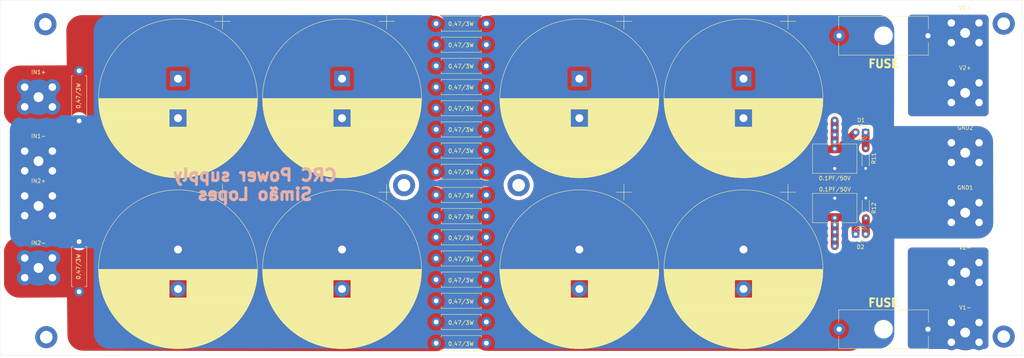
<source format=kicad_pcb>
(kicad_pcb (version 20211014) (generator pcbnew)
  (layers (0 "F.Cu" signal) (31 "B.Cu" signal) (34 "B.Paste" user) (35 "F.Paste" user) (36 "B.SilkS" user "B.Silkscreen") (37 "F.SilkS" user "F.Silkscreen") (38 "B.Mask" user) (39 "F.Mask" user) (44 "Edge.Cuts" user))
  (net 0 "")
  (net 1 "Net-(C1-Pad2)")
  (net 2 "Net-(C1-Pad1)")
  (net 3 "Net-(C10-Pad2)")
  (net 4 "Net-(D2-Pad2)")
  (net 5 "Net-(F1-Pad1)")
  (net 6 "Net-(F2-Pad1)")
  (net 7 "Net-(D1-Pad1)")
  (footprint "MountingHole:MountingHole_3.2mm_M3_DIN965_Pad" (layer "F.Cu") (at 273.59864 134.7978)
    (fp_text reference "H3" hide)
    (fp_text value "MountingHole")
    (pad "1" thru_hole circle locked (at 0 0) (size 5.6 5.6) (drill 3.2) (layers *.Cu *.Mask))
  )
  (footprint "Resistor_THT:R_Axial_DIN0411_L9.9mm_D3.6mm_P12.70mm_Horizontal" (layer "F.Cu") (at 129.92608 93.00972)
    (fp_text reference "0,47/3W" (at 6.30428 0.08736) (layer "F.SilkS"))
    (fp_text value "R")
    (pad "1" thru_hole circle locked (at 0 0) (size 2.4 2.4) (drill 1.2) (layers *.Cu *.Mask) (net 2 "Net-(C1-Pad1)"))
    (pad "2" thru_hole oval locked (at 12.7 0) (size 2.4 2.4) (drill 1.2) (layers *.Cu *.Mask) (net 2 "Net-(C1-Pad1)"))
  )
  (footprint "Resistor_THT:R_Axial_DIN0411_L9.9mm_D3.6mm_P12.70mm_Horizontal" (layer "F.Cu") (at 129.92608 87.642332)
    (fp_text reference "0,47/3W" (at 6.30428 0.08736) (layer "F.SilkS"))
    (fp_text value "R")
    (pad "1" thru_hole circle locked (at 0 0) (size 2.4 2.4) (drill 1.2) (layers *.Cu *.Mask) (net 2 "Net-(C1-Pad1)"))
    (pad "2" thru_hole oval locked (at 12.7 0) (size 2.4 2.4) (drill 1.2) (layers *.Cu *.Mask) (net 2 "Net-(C1-Pad1)"))
  )
  (footprint "Resistor_THT:R_Axial_DIN0411_L9.9mm_D3.6mm_P12.70mm_Horizontal" (layer "F.Cu") (at 129.92608 82.27495)
    (fp_text reference "0,47/3W" (at 6.30428 0.08736) (layer "F.SilkS"))
    (fp_text value "R")
    (pad "1" thru_hole circle locked (at 0 0) (size 2.4 2.4) (drill 1.2) (layers *.Cu *.Mask) (net 2 "Net-(C1-Pad1)"))
    (pad "2" thru_hole oval locked (at 12.7 0) (size 2.4 2.4) (drill 1.2) (layers *.Cu *.Mask) (net 2 "Net-(C1-Pad1)"))
  )
  (footprint "Resistor_THT:R_Axial_DIN0411_L9.9mm_D3.6mm_P12.70mm_Horizontal" (layer "F.Cu") (at 129.92608 76.907568)
    (fp_text reference "0,47/3W" (at 6.30428 0.08736) (layer "F.SilkS"))
    (fp_text value "R")
    (pad "1" thru_hole circle locked (at 0 0) (size 2.4 2.4) (drill 1.2) (layers *.Cu *.Mask) (net 2 "Net-(C1-Pad1)"))
    (pad "2" thru_hole oval locked (at 12.7 0) (size 2.4 2.4) (drill 1.2) (layers *.Cu *.Mask) (net 2 "Net-(C1-Pad1)"))
  )
  (footprint "Resistor_THT:R_Axial_DIN0411_L9.9mm_D3.6mm_P12.70mm_Horizontal" (layer "F.Cu") (at 129.92608 136.45388)
    (fp_text reference "0,47/3W" (at 6.30428 0.1788) (layer "F.SilkS"))
    (fp_text value "R")
    (pad "1" thru_hole circle locked (at 0 0) (size 2.4 2.4) (drill 1.2) (layers *.Cu *.Mask) (net 3 "Net-(C10-Pad2)"))
    (pad "2" thru_hole oval locked (at 12.7 0) (size 2.4 2.4) (drill 1.2) (layers *.Cu *.Mask) (net 3 "Net-(C10-Pad2)"))
  )
  (footprint "Resistor_THT:R_Axial_DIN0411_L9.9mm_D3.6mm_P12.70mm_Horizontal" (layer "F.Cu") (at 129.92608 131.086492)
    (fp_text reference "0,47/3W" (at 6.30428 0.1788) (layer "F.SilkS"))
    (fp_text value "R")
    (pad "1" thru_hole circle locked (at 0 0) (size 2.4 2.4) (drill 1.2) (layers *.Cu *.Mask) (net 3 "Net-(C10-Pad2)"))
    (pad "2" thru_hole oval locked (at 12.7 0) (size 2.4 2.4) (drill 1.2) (layers *.Cu *.Mask) (net 3 "Net-(C10-Pad2)"))
  )
  (footprint "Resistor_THT:R_Axial_DIN0411_L9.9mm_D3.6mm_P12.70mm_Horizontal" (layer "F.Cu") (at 129.92608 125.71911)
    (fp_text reference "0,47/3W" (at 6.30428 0.1788) (layer "F.SilkS"))
    (fp_text value "R")
    (pad "1" thru_hole circle locked (at 0 0) (size 2.4 2.4) (drill 1.2) (layers *.Cu *.Mask) (net 3 "Net-(C10-Pad2)"))
    (pad "2" thru_hole oval locked (at 12.7 0) (size 2.4 2.4) (drill 1.2) (layers *.Cu *.Mask) (net 3 "Net-(C10-Pad2)"))
  )
  (footprint "Resistor_THT:R_Axial_DIN0411_L9.9mm_D3.6mm_P12.70mm_Horizontal" (layer "F.Cu") (at 129.92608 120.351728)
    (fp_text reference "0,47/3W" (at 6.30428 0.1788) (layer "F.SilkS"))
    (fp_text value "R")
    (pad "1" thru_hole circle locked (at 0 0) (size 2.4 2.4) (drill 1.2) (layers *.Cu *.Mask) (net 3 "Net-(C10-Pad2)"))
    (pad "2" thru_hole oval locked (at 12.7 0) (size 2.4 2.4) (drill 1.2) (layers *.Cu *.Mask) (net 3 "Net-(C10-Pad2)"))
  )
  (footprint "MountingHole:MountingHole_3.2mm_M3_DIN965_Pad" (layer "F.Cu") (at 121.80316 96.40824)
    (fp_text reference "H3" hide)
    (fp_text value "MountingHole")
    (pad "1" thru_hole circle locked (at 0 0) (size 5.6 5.6) (drill 3.2) (layers *.Cu *.Mask))
  )
  (footprint "Resistor_THT:R_Axial_DIN0204_L3.6mm_D1.6mm_P5.08mm_Horizontal" (layer "F.Cu") (at 238.64824 92.15628 90)
    (fp_text reference "R11" (at 2.54 2.05764 90) (layer "F.SilkS"))
    (fp_text value "R")
    (pad "1" thru_hole circle locked (at 0 0 90) (size 1.4 1.4) (drill 0.7) (layers *.Cu *.Mask) (net 1 "Net-(C1-Pad2)"))
    (pad "2" thru_hole oval locked (at 5.08 0 90) (size 1.4 1.4) (drill 0.7) (layers *.Cu *.Mask) (net 7 "Net-(D1-Pad1)"))
  )
  (footprint "Capacitor_THT:CP_Radial_D40.0mm_P10.00mm_SnapIn" (layer "F.Cu") (at 64.58204 69.4182 -90)
    (fp_text reference "C1" hide)
    (fp_text value "CP")
    (pad "1" thru_hole rect locked (at 0 0 270) (size 4 4) (drill 2) (layers *.Cu *.Mask) (net 2 "Net-(C1-Pad1)"))
    (pad "2" thru_hole circle locked (at 10 0 270) (size 4 4) (drill 2) (layers *.Cu *.Mask) (net 1 "Net-(C1-Pad2)"))
  )
  (footprint "Capacitor_THT:CP_Radial_D40.0mm_P10.00mm_SnapIn" (layer "F.Cu") (at 106.10596 69.4182 -90)
    (fp_text reference "C2" hide)
    (fp_text value "CP")
    (pad "1" thru_hole rect locked (at 0 0 270) (size 4 4) (drill 2) (layers *.Cu *.Mask) (net 2 "Net-(C1-Pad1)"))
    (pad "2" thru_hole circle locked (at 10 0 270) (size 4 4) (drill 2) (layers *.Cu *.Mask) (net 1 "Net-(C1-Pad2)"))
  )
  (footprint "Capacitor_THT:CP_Radial_D40.0mm_P10.00mm_SnapIn" (layer "F.Cu") (at 166.17188 69.4182 -90)
    (fp_text reference "C3" hide)
    (fp_text value "CP")
    (pad "1" thru_hole rect locked (at 0 0 270) (size 4 4) (drill 2) (layers *.Cu *.Mask) (net 2 "Net-(C1-Pad1)"))
    (pad "2" thru_hole circle locked (at 10 0 270) (size 4 4) (drill 2) (layers *.Cu *.Mask) (net 1 "Net-(C1-Pad2)"))
  )
  (footprint "Capacitor_THT:CP_Radial_D40.0mm_P10.00mm_SnapIn" (layer "F.Cu") (at 207.72188 69.4182 -90)
    (fp_text reference "C4" hide)
    (fp_text value "CP")
    (pad "1" thru_hole rect locked (at 0 0 270) (size 4 4) (drill 2) (layers *.Cu *.Mask) (net 2 "Net-(C1-Pad1)"))
    (pad "2" thru_hole circle locked (at 10 0 270) (size 4 4) (drill 2) (layers *.Cu *.Mask) (net 1 "Net-(C1-Pad2)"))
  )
  (footprint "Capacitor_THT:CP_Radial_D40.0mm_P10.00mm_SnapIn" (layer "F.Cu") (at 64.58204 112.72012 -90)
    (fp_text reference "C6" hide)
    (fp_text value "CP")
    (pad "1" thru_hole rect locked (at 0 0 270) (size 4 4) (drill 2) (layers *.Cu *.Mask) (net 1 "Net-(C1-Pad2)"))
    (pad "2" thru_hole circle locked (at 10 0 270) (size 4 4) (drill 2) (layers *.Cu *.Mask) (net 3 "Net-(C10-Pad2)"))
  )
  (footprint "Capacitor_THT:CP_Radial_D40.0mm_P10.00mm_SnapIn" (layer "F.Cu") (at 106.10596 112.72012 -90)
    (fp_text reference "C7" hide)
    (fp_text value "CP")
    (pad "1" thru_hole rect locked (at 0 0 270) (size 4 4) (drill 2) (layers *.Cu *.Mask) (net 1 "Net-(C1-Pad2)"))
    (pad "2" thru_hole circle locked (at 10 0 270) (size 4 4) (drill 2) (layers *.Cu *.Mask) (net 3 "Net-(C10-Pad2)"))
  )
  (footprint "Capacitor_THT:CP_Radial_D40.0mm_P10.00mm_SnapIn" (layer "F.Cu") (at 207.72188 112.72012 -90)
    (fp_text reference "C8" hide)
    (fp_text value "CP")
    (pad "1" thru_hole rect locked (at 0 0 270) (size 4 4) (drill 2) (layers *.Cu *.Mask) (net 1 "Net-(C1-Pad2)"))
    (pad "2" thru_hole circle locked (at 10 0 270) (size 4 4) (drill 2) (layers *.Cu *.Mask) (net 3 "Net-(C10-Pad2)"))
  )
  (footprint "Capacitor_THT:CP_Radial_D40.0mm_P10.00mm_SnapIn" (layer "F.Cu") (at 166.17188 112.72012 -90)
    (fp_text reference "C9" hide)
    (fp_text value "CP")
    (pad "1" thru_hole rect locked (at 0 0 270) (size 4 4) (drill 2) (layers *.Cu *.Mask) (net 1 "Net-(C1-Pad2)"))
    (pad "2" thru_hole circle locked (at 10 0 270) (size 4 4) (drill 2) (layers *.Cu *.Mask) (net 3 "Net-(C10-Pad2)"))
  )
  (footprint "LED_THT:LED_D3.0mm" (layer "F.Cu") (at 238.64824 83.02244 180)
    (fp_text reference "D1" (at 1.16332 3.08864) (layer "F.SilkS"))
    (fp_text value "LED")
    (pad "1" thru_hole rect locked (at 0 0 180) (size 1.8 1.8) (drill 0.9) (layers *.Cu *.Mask) (net 7 "Net-(D1-Pad1)"))
    (pad "2" thru_hole circle locked (at 2.54 0 180) (size 1.8 1.8) (drill 0.9) (layers *.Cu *.Mask) (net 2 "Net-(C1-Pad1)"))
  )
  (footprint "LED_THT:LED_D3.0mm" (layer "F.Cu") (at 236.10316 108.82376)
    (fp_text reference "D2" (at 1.23952 3.24612) (layer "F.SilkS"))
    (fp_text value "LED")
    (pad "1" thru_hole rect locked (at 0 0) (size 1.8 1.8) (drill 0.9) (layers *.Cu *.Mask) (net 3 "Net-(C10-Pad2)"))
    (pad "2" thru_hole circle locked (at 2.54 0) (size 1.8 1.8) (drill 0.9) (layers *.Cu *.Mask) (net 4 "Net-(D2-Pad2)"))
  )
  (footprint "Fuse:Fuseholder_Cylinder-5x20mm_Schurter_0031_8201_Horizontal_Open" (layer "F.Cu") (at 254.42672 132.92012 180)
    (fp_text reference "FUSE" (at 11.29792 6.70752) (layer "F.SilkS") (effects (font (size 2 2) (thickness 0.5))))
    (fp_text value "Fuse")
    (pad "" np_thru_hole circle locked (at 11.25 0 180) (size 2.7 2.7) (drill 2.7) (layers *.Cu *.Mask))
    (pad "1" thru_hole circle locked (at 0 0 180) (size 3 3) (drill 1.3) (layers *.Cu *.Mask) (net 6 "Net-(F2-Pad1)"))
    (pad "2" thru_hole circle locked (at 22.5 0 180) (size 3 3) (drill 1.3) (layers *.Cu *.Mask) (net 3 "Net-(C10-Pad2)"))
  )
  (footprint "Custom Library:M4_Screw_Terminal" (layer "F.Cu") (at 260.34446 100.847836)
    (fp_text reference "GND1" (at 3.5052 -3.81) (layer "F.SilkS"))
    (fp_text value " " hide)
    (pad "1" thru_hole circle (at 0 0) (size 4 4) (drill 1.905) (layers *.Cu *.Mask) (net 1 "Net-(C1-Pad2)"))
    (pad "1" thru_hole circle (at 3.5 2.54) (size 9 9) (drill 2.5) (layers *.Cu *.Mask) (net 1 "Net-(C1-Pad2)"))
    (pad "1" thru_hole circle (at 7.0104 0) (size 4 4) (drill 1.905) (layers *.Cu *.Mask) (net 1 "Net-(C1-Pad2)"))
    (pad "1" thru_hole circle (at 7.0104 5.0038) (size 4 4) (drill 1.905) (layers *.Cu *.Mask) (net 1 "Net-(C1-Pad2)"))
    (pad "1" thru_hole circle (at 0 5.0038) (size 4 4) (drill 1.905) (layers *.Cu *.Mask) (net 1 "Net-(C1-Pad2)"))
  )
  (footprint "Custom Library:M4_Screw_Terminal" (layer "F.Cu") (at 260.34446 85.658744)
    (fp_text reference "GND2" (at 3.5052 -3.81) (layer "F.SilkS"))
    (fp_text value " " hide)
    (pad "1" thru_hole circle (at 7.0104 5.0038) (size 4 4) (drill 1.905) (layers *.Cu *.Mask) (net 1 "Net-(C1-Pad2)"))
    (pad "1" thru_hole circle (at 0 0) (size 4 4) (drill 1.905) (layers *.Cu *.Mask) (net 1 "Net-(C1-Pad2)"))
    (pad "1" thru_hole circle (at 0 5.0038) (size 4 4) (drill 1.905) (layers *.Cu *.Mask) (net 1 "Net-(C1-Pad2)"))
    (pad "1" thru_hole circle (at 7.0104 0) (size 4 4) (drill 1.905) (layers *.Cu *.Mask) (net 1 "Net-(C1-Pad2)"))
    (pad "1" thru_hole circle (at 3.5 2.54) (size 9 9) (drill 2.5) (layers *.Cu *.Mask) (net 1 "Net-(C1-Pad2)"))
  )
  (footprint "MountingHole:MountingHole_3.2mm_M3_DIN965_Pad" (layer "F.Cu") (at 31.0134 55.59552)
    (fp_text reference "H1" hide)
    (fp_text value "MountingHole")
    (pad "1" thru_hole circle locked (at 0 0) (size 5.6 5.6) (drill 3.2) (layers *.Cu *.Mask))
  )
  (footprint "MountingHole:MountingHole_3.2mm_M3_DIN965_Pad" (layer "F.Cu") (at 31.242 134.92988)
    (fp_text reference "H2" hide)
    (fp_text value "MountingHole")
    (pad "1" thru_hole circle locked (at 0 0) (size 5.6 5.6) (drill 3.2) (layers *.Cu *.Mask))
  )
  (footprint "Resistor_THT:R_Axial_DIN0411_L9.9mm_D3.6mm_P12.70mm_Horizontal" (layer "F.Cu") (at 39.55288 123.413183 90)
    (fp_text reference "0,47/3W" (at 6.35 -0.18696 90) (layer "F.SilkS"))
    (fp_text value "R")
    (pad "1" thru_hole circle locked (at 0 0 90) (size 2.4 2.4) (drill 1.2) (layers *.Cu *.Mask) (net 3 "Net-(C10-Pad2)"))
    (pad "2" thru_hole oval locked (at 12.7 0 90) (size 2.4 2.4) (drill 1.2) (layers *.Cu *.Mask) (net 1 "Net-(C1-Pad2)"))
  )
  (footprint "Resistor_THT:R_Axial_DIN0411_L9.9mm_D3.6mm_P12.70mm_Horizontal" (layer "F.Cu") (at 39.55288 80.111263 90)
    (fp_text reference "0,47/3W" (at 6.35 -0.18696 90) (layer "F.SilkS"))
    (fp_text value "R")
    (pad "1" thru_hole circle locked (at 0 0 90) (size 2.4 2.4) (drill 1.2) (layers *.Cu *.Mask) (net 1 "Net-(C1-Pad2)"))
    (pad "2" thru_hole oval locked (at 12.7 0 90) (size 2.4 2.4) (drill 1.2) (layers *.Cu *.Mask) (net 2 "Net-(C1-Pad1)"))
  )
  (footprint "Resistor_THT:R_Axial_DIN0411_L9.9mm_D3.6mm_P12.70mm_Horizontal" (layer "F.Cu") (at 129.92608 55.43804)
    (fp_text reference "0,47/3W" (at 6.30428 0.08736) (layer "F.SilkS"))
    (fp_text value "R")
    (pad "1" thru_hole circle locked (at 0 0) (size 2.4 2.4) (drill 1.2) (layers *.Cu *.Mask) (net 2 "Net-(C1-Pad1)"))
    (pad "2" thru_hole oval locked (at 12.7 0) (size 2.4 2.4) (drill 1.2) (layers *.Cu *.Mask) (net 2 "Net-(C1-Pad1)"))
  )
  (footprint "Resistor_THT:R_Axial_DIN0411_L9.9mm_D3.6mm_P12.70mm_Horizontal" (layer "F.Cu") (at 129.92608 60.805422)
    (fp_text reference "0,47/3W" (at 6.30428 0.08736) (layer "F.SilkS"))
    (fp_text value "R")
    (pad "1" thru_hole circle locked (at 0 0) (size 2.4 2.4) (drill 1.2) (layers *.Cu *.Mask) (net 2 "Net-(C1-Pad1)"))
    (pad "2" thru_hole oval locked (at 12.7 0) (size 2.4 2.4) (drill 1.2) (layers *.Cu *.Mask) (net 2 "Net-(C1-Pad1)"))
  )
  (footprint "Resistor_THT:R_Axial_DIN0411_L9.9mm_D3.6mm_P12.70mm_Horizontal" (layer "F.Cu") (at 129.92608 66.172804)
    (fp_text reference "0,47/3W" (at 6.30428 0.08736) (layer "F.SilkS"))
    (fp_text value "R")
    (pad "1" thru_hole circle locked (at 0 0) (size 2.4 2.4) (drill 1.2) (layers *.Cu *.Mask) (net 2 "Net-(C1-Pad1)"))
    (pad "2" thru_hole oval locked (at 12.7 0) (size 2.4 2.4) (drill 1.2) (layers *.Cu *.Mask) (net 2 "Net-(C1-Pad1)"))
  )
  (footprint "Resistor_THT:R_Axial_DIN0411_L9.9mm_D3.6mm_P12.70mm_Horizontal" (layer "F.Cu") (at 129.92608 71.540186)
    (fp_text reference "0,47/3W" (at 6.30428 0.08736) (layer "F.SilkS"))
    (fp_text value "R")
    (pad "1" thru_hole circle locked (at 0 0) (size 2.4 2.4) (drill 1.2) (layers *.Cu *.Mask) (net 2 "Net-(C1-Pad1)"))
    (pad "2" thru_hole oval locked (at 12.7 0) (size 2.4 2.4) (drill 1.2) (layers *.Cu *.Mask) (net 2 "Net-(C1-Pad1)"))
  )
  (footprint "Resistor_THT:R_Axial_DIN0411_L9.9mm_D3.6mm_P12.70mm_Horizontal" (layer "F.Cu") (at 129.92608 98.8822)
    (fp_text reference "0,47/3W" (at 6.30428 0.1788) (layer "F.SilkS"))
    (fp_text value "R")
    (pad "1" thru_hole circle locked (at 0 0) (size 2.4 2.4) (drill 1.2) (layers *.Cu *.Mask) (net 3 "Net-(C10-Pad2)"))
    (pad "2" thru_hole oval locked (at 12.7 0) (size 2.4 2.4) (drill 1.2) (layers *.Cu *.Mask) (net 3 "Net-(C10-Pad2)"))
  )
  (footprint "Resistor_THT:R_Axial_DIN0411_L9.9mm_D3.6mm_P12.70mm_Horizontal" (layer "F.Cu") (at 129.92608 104.249582)
    (fp_text reference "0,47/3W" (at 6.30428 0.1788) (layer "F.SilkS"))
    (fp_text value "R")
    (pad "1" thru_hole circle locked (at 0 0) (size 2.4 2.4) (drill 1.2) (layers *.Cu *.Mask) (net 3 "Net-(C10-Pad2)"))
    (pad "2" thru_hole oval locked (at 12.7 0) (size 2.4 2.4) (drill 1.2) (layers *.Cu *.Mask) (net 3 "Net-(C10-Pad2)"))
  )
  (footprint "Resistor_THT:R_Axial_DIN0411_L9.9mm_D3.6mm_P12.70mm_Horizontal" (layer "F.Cu") (at 129.92608 109.616964)
    (fp_text reference "0,47/3W" (at 6.30428 0.1788) (layer "F.SilkS"))
    (fp_text value "R")
    (pad "1" thru_hole circle locked (at 0 0) (size 2.4 2.4) (drill 1.2) (layers *.Cu *.Mask) (net 3 "Net-(C10-Pad2)"))
    (pad "2" thru_hole oval locked (at 12.7 0) (size 2.4 2.4) (drill 1.2) (layers *.Cu *.Mask) (net 3 "Net-(C10-Pad2)"))
  )
  (footprint "Resistor_THT:R_Axial_DIN0411_L9.9mm_D3.6mm_P12.70mm_Horizontal" (layer "F.Cu") (at 129.92608 114.984346)
    (fp_text reference "0,47/3W" (at 6.30428 0.1788) (layer "F.SilkS"))
    (fp_text value "R")
    (pad "1" thru_hole circle locked (at 0 0) (size 2.4 2.4) (drill 1.2) (layers *.Cu *.Mask) (net 3 "Net-(C10-Pad2)"))
    (pad "2" thru_hole oval locked (at 12.7 0) (size 2.4 2.4) (drill 1.2) (layers *.Cu *.Mask) (net 3 "Net-(C10-Pad2)"))
  )
  (footprint "Resistor_THT:R_Axial_DIN0204_L3.6mm_D1.6mm_P5.08mm_Horizontal" (layer "F.Cu") (at 238.6838 104.75976 90)
    (fp_text reference "R12" (at 2.54 2.05764 90) (layer "F.SilkS"))
    (fp_text value "R")
    (pad "1" thru_hole circle locked (at 0 0 90) (size 1.4 1.4) (drill 0.7) (layers *.Cu *.Mask) (net 4 "Net-(D2-Pad2)"))
    (pad "2" thru_hole oval locked (at 5.08 0 90) (size 1.4 1.4) (drill 0.7) (layers *.Cu *.Mask) (net 1 "Net-(C1-Pad2)"))
  )
  (footprint "Custom Library:M4_Screw_Terminal" (layer "F.Cu") (at 25.7699 71.557813)
    (fp_text reference "IN1+" (at 3.5052 -3.81) (layer "F.SilkS"))
    (fp_text value "Screw_Terminal_01x01" hide)
    (pad "1" thru_hole circle (at 7.0104 5.0038) (size 4 4) (drill 1.905) (layers *.Cu *.Mask) (net 2 "Net-(C1-Pad1)"))
    (pad "1" thru_hole circle (at 0 5.0038) (size 4 4) (drill 1.905) (layers *.Cu *.Mask) (net 2 "Net-(C1-Pad1)"))
    (pad "1" thru_hole circle (at 3.5 2.54) (size 9 9) (drill 2.5) (layers *.Cu *.Mask) (net 2 "Net-(C1-Pad1)"))
    (pad "1" thru_hole circle (at 0 0) (size 4 4) (drill 1.905) (layers *.Cu *.Mask) (net 2 "Net-(C1-Pad1)"))
    (pad "1" thru_hole circle (at 7.0104 0) (size 4 4) (drill 1.905) (layers *.Cu *.Mask) (net 2 "Net-(C1-Pad1)"))
  )
  (footprint "Custom Library:M4_Screw_Terminal" (layer "F.Cu") (at 25.7699 114.859733)
    (fp_text reference "IN2-" (at 3.5052 -3.81) (layer "F.SilkS"))
    (fp_text value "Screw_Terminal_01x01" hide)
    (pad "1" thru_hole circle (at 7.0104 0) (size 4 4) (drill 1.905) (layers *.Cu *.Mask) (net 3 "Net-(C10-Pad2)"))
    (pad "1" thru_hole circle (at 0 0) (size 4 4) (drill 1.905) (layers *.Cu *.Mask) (net 3 "Net-(C10-Pad2)"))
    (pad "1" thru_hole circle (at 0 5.0038) (size 4 4) (drill 1.905) (layers *.Cu *.Mask) (net 3 "Net-(C10-Pad2)"))
    (pad "1" thru_hole circle (at 7.0104 5.0038) (size 4 4) (drill 1.905) (layers *.Cu *.Mask) (net 3 "Net-(C10-Pad2)"))
    (pad "1" thru_hole circle (at 3.5 2.54) (size 9 9) (drill 2.5) (layers *.Cu *.Mask) (net 3 "Net-(C10-Pad2)"))
  )
  (footprint "Custom Library:M4_Screw_Terminal" (layer "F.Cu") (at 260.34446 131.22602)
    (fp_text reference "V1-" (at 3.5052 -3.81) (layer "F.SilkS"))
    (fp_text value "Screw_Terminal_01x01" hide)
    (pad "1" thru_hole circle (at 3.5 2.54) (size 9 9) (drill 2.5) (layers *.Cu *.Mask) (net 6 "Net-(F2-Pad1)"))
    (pad "1" thru_hole circle (at 0 0) (size 4 4) (drill 1.905) (layers *.Cu *.Mask) (net 6 "Net-(F2-Pad1)"))
    (pad "1" thru_hole circle (at 7.0104 0) (size 4 4) (drill 1.905) (layers *.Cu *.Mask) (net 6 "Net-(F2-Pad1)"))
    (pad "1" thru_hole circle (at 0 5.0038) (size 4 4) (drill 1.905) (layers *.Cu *.Mask) (net 6 "Net-(F2-Pad1)"))
    (pad "1" thru_hole circle (at 7.0104 5.0038) (size 4 4) (drill 1.905) (layers *.Cu *.Mask) (net 6 "Net-(F2-Pad1)"))
  )
  (footprint "Custom Library:M4_Screw_Terminal" (layer "F.Cu") (at 260.34446 116.036928)
    (fp_text reference "V2-" (at 3.5052 -3.81) (layer "F.SilkS"))
    (fp_text value "Screw_Terminal_01x01" hide)
    (pad "1" thru_hole circle (at 0 0) (size 4 4) (drill 1.905) (layers *.Cu *.Mask) (net 6 "Net-(F2-Pad1)"))
    (pad "1" thru_hole circle (at 7.0104 5.0038) (size 4 4) (drill 1.905) (layers *.Cu *.Mask) (net 6 "Net-(F2-Pad1)"))
    (pad "1" thru_hole circle (at 0 5.0038) (size 4 4) (drill 1.905) (layers *.Cu *.Mask) (net 6 "Net-(F2-Pad1)"))
    (pad "1" thru_hole circle (at 3.5 2.54) (size 9 9) (drill 2.5) (layers *.Cu *.Mask) (net 6 "Net-(F2-Pad1)"))
    (pad "1" thru_hole circle (at 7.0104 0) (size 4 4) (drill 1.905) (layers *.Cu *.Mask) (net 6 "Net-(F2-Pad1)"))
  )
  (footprint "Custom Library:M4_Screw_Terminal" (layer "F.Cu") (at 25.7699 87.77732)
    (fp_text reference "IN1-" (at 3.5052 -3.81) (layer "F.SilkS"))
    (fp_text value "Screw_Terminal_01x01" hide)
    (pad "1" thru_hole circle (at 7.0104 5.0038) (size 4 4) (drill 1.905) (layers *.Cu *.Mask) (net 1 "Net-(C1-Pad2)"))
    (pad "1" thru_hole circle (at 7.0104 0) (size 4 4) (drill 1.905) (layers *.Cu *.Mask) (net 1 "Net-(C1-Pad2)"))
    (pad "1" thru_hole circle (at 0 5.0038) (size 4 4) (drill 1.905) (layers *.Cu *.Mask) (net 1 "Net-(C1-Pad2)"))
    (pad "1" thru_hole circle (at 3.5 2.54) (size 9 9) (drill 2.5) (layers *.Cu *.Mask) (net 1 "Net-(C1-Pad2)"))
    (pad "1" thru_hole circle (at 0 0) (size 4 4) (drill 1.905) (layers *.Cu *.Mask) (net 1 "Net-(C1-Pad2)"))
  )
  (footprint "Custom Library:M4_Screw_Terminal" (layer "F.Cu") (at 25.7699 99.1362)
    (fp_text reference "IN2+" (at 3.5052 -3.81) (layer "F.SilkS"))
    (fp_text value "Screw_Terminal_01x01" hide)
    (pad "1" thru_hole circle (at 3.5 2.54) (size 9 9) (drill 2.5) (layers *.Cu *.Mask) (net 1 "Net-(C1-Pad2)"))
    (pad "1" thru_hole circle (at 7.0104 5.0038) (size 4 4) (drill 1.905) (layers *.Cu *.Mask) (net 1 "Net-(C1-Pad2)"))
    (pad "1" thru_hole circle (at 0 0) (size 4 4) (drill 1.905) (layers *.Cu *.Mask) (net 1 "Net-(C1-Pad2)"))
    (pad "1" thru_hole circle (at 0 5.0038) (size 4 4) (drill 1.905) (layers *.Cu *.Mask) (net 1 "Net-(C1-Pad2)"))
    (pad "1" thru_hole circle (at 7.0104 0) (size 4 4) (drill 1.905) (layers *.Cu *.Mask) (net 1 "Net-(C1-Pad2)"))
  )
  (footprint "Capacitor_THT:C_Rect_L7.2mm_W11.0mm_P5.00mm_FKS2_FKP2_MKS2_MKP2" (layer "F.Cu") (at 230.81996 99.695 -90)
    (fp_text reference "0.1PF/50V" (at -2.21488 -0.0508 180) (layer "F.SilkS"))
    (fp_text value "C")
    (pad "1" thru_hole circle locked (at 0 0 270) (size 1.6 1.6) (drill 0.8) (layers *.Cu *.Mask) (net 1 "Net-(C1-Pad2)"))
    (pad "2" thru_hole circle locked (at 5 0 270) (size 1.6 1.6) (drill 0.8) (layers *.Cu *.Mask) (net 3 "Net-(C10-Pad2)"))
  )
  (footprint "Capacitor_THT:C_Rect_L7.2mm_W11.0mm_P5.00mm_FKS2_FKP2_MKS2_MKP2" (layer "F.Cu") (at 230.81996 87.18296 -90)
    (fp_text reference "0.1PF/50V" (at 7.47268 0 180) (layer "F.SilkS"))
    (fp_text value "C")
    (pad "1" thru_hole circle locked (at 0 0 270) (size 1.6 1.6) (drill 0.8) (layers *.Cu *.Mask) (net 2 "Net-(C1-Pad1)"))
    (pad "2" thru_hole circle locked (at 5 0 270) (size 1.6 1.6) (drill 0.8) (layers *.Cu *.Mask) (net 1 "Net-(C1-Pad2)"))
  )
  (footprint "MountingHole:MountingHole_3.2mm_M3_DIN965_Pad" (layer "F.Cu") (at 273.59864 55.46344)
    (fp_text reference "H4" hide)
    (fp_text value "MountingHole")
    (pad "1" thru_hole circle locked (at 0 0) (size 5.6 5.6) (drill 3.2) (layers *.Cu *.Mask))
  )
  (footprint "Fuse:Fuseholder_Cylinder-5x20mm_Schurter_0031_8201_Horizontal_Open" (layer "F.Cu") (at 254.42672 58.524087 180)
    (fp_text reference "FUSE" (at 11.2522 -7.114593) (layer "F.SilkS") (effects (font (size 2 2) (thickness 0.5))))
    (fp_text value "Fuse")
    (pad "" np_thru_hole circle locked (at 11.25 0 180) (size 2.7 2.7) (drill 2.7) (layers *.Cu *.Mask))
    (pad "1" thru_hole circle locked (at 0 0 180) (size 3 3) (drill 1.3) (layers *.Cu *.Mask) (net 5 "Net-(F1-Pad1)"))
    (pad "2" thru_hole circle locked (at 22.5 0 180) (size 3 3) (drill 1.3) (layers *.Cu *.Mask) (net 2 "Net-(C1-Pad1)"))
  )
  (footprint "Custom Library:M4_Screw_Terminal" (layer "F.Cu") (at 260.32968 55.28056)
    (fp_text reference "V1+" (at 3.5052 -3.81) (layer "F.SilkS"))
    (fp_text value "Screw_Terminal_01x01" hide)
    (pad "1" thru_hole circle (at 7.0104 0) (size 4 4) (drill 1.905) (layers *.Cu *.Mask) (net 5 "Net-(F1-Pad1)"))
    (pad "1" thru_hole circle (at 0 5.0038) (size 4 4) (drill 1.905) (layers *.Cu *.Mask) (net 5 "Net-(F1-Pad1)"))
    (pad "1" thru_hole circle (at 0 0) (size 4 4) (drill 1.905) (layers *.Cu *.Mask) (net 5 "Net-(F1-Pad1)"))
    (pad "1" thru_hole circle (at 3.5 2.54) (size 9 9) (drill 2.5) (layers *.Cu *.Mask) (net 5 "Net-(F1-Pad1)"))
    (pad "1" thru_hole circle (at 7.0104 5.0038) (size 4 4) (drill 1.905) (layers *.Cu *.Mask) (net 5 "Net-(F1-Pad1)"))
  )
  (footprint "Custom Library:M4_Screw_Terminal" (layer "F.Cu") (at 260.34446 70.469652)
    (fp_text reference "V2+" (at 3.5052 -3.81) (layer "F.SilkS"))
    (fp_text value "Screw_Terminal_01x01" hide)
    (pad "1" thru_hole circle (at 3.5 2.54) (size 9 9) (drill 2.5) (layers *.Cu *.Mask) (net 5 "Net-(F1-Pad1)"))
    (pad "1" thru_hole circle (at 0 5.0038) (size 4 4) (drill 1.905) (layers *.Cu *.Mask) (net 5 "Net-(F1-Pad1)"))
    (pad "1" thru_hole circle (at 0 0) (size 4 4) (drill 1.905) (layers *.Cu *.Mask) (net 5 "Net-(F1-Pad1)"))
    (pad "1" thru_hole circle (at 7.0104 0) (size 4 4) (drill 1.905) (layers *.Cu *.Mask) (net 5 "Net-(F1-Pad1)"))
    (pad "1" thru_hole circle (at 7.0104 5.0038) (size 4 4) (drill 1.905) (layers *.Cu *.Mask) (net 5 "Net-(F1-Pad1)"))
  )
  (footprint "Custom:Pad_D1.7_Drill0.8_1x04" (layer "F.Cu") (at 230.80472 86.23808)
    (fp_text reference " " (at 0 0.5) (layer "F.SilkS"))
    (fp_text value " ")
    (fp_line (start 0 -6.223) (end 0 0.762) (layer "F.Cu") (width 2))
    (pad "1" thru_hole circle locked (at 0 -6.223) (size 1.7 1.7) (drill 0.8) (layers *.Cu *.Mask))
    (pad "1" thru_hole circle locked (at 0 -0.812625) (size 1.7 1.7) (drill 0.8) (layers *.Cu *.Mask))
    (pad "1" thru_hole circle locked (at 0 -2.616084) (size 1.7 1.7) (drill 0.8) (layers *.Cu *.Mask))
    (pad "1" thru_hole circle locked (at 0 -4.419542) (size 1.7 1.7) (drill 0.8) (layers *.Cu *.Mask))
  )
  (footprint "Custom:Pad_D1.7_Drill0.8_1x04" (layer "F.Cu") (at 230.83012 105.64368 180)
    (fp_text reference " " (at 0 0.5) (layer "F.SilkS"))
    (fp_text value " ")
    (fp_line (start 0 -6.223) (end 0 0.762) (layer "F.Cu") (width 2))
    (pad "1" thru_hole circle locked (at 0 -2.616084 180) (size 1.7 1.7) (drill 0.8) (layers *.Cu *.Mask))
    (pad "1" thru_hole circle locked (at 0 -0.812625 180) (size 1.7 1.7) (drill 0.8) (layers *.Cu *.Mask))
    (pad "1" thru_hole circle locked (at 0 -4.419542 180) (size 1.7 1.7) (drill 0.8) (layers *.Cu *.Mask))
    (pad "1" thru_hole circle locked (at 0 -6.223 180) (size 1.7 1.7) (drill 0.8) (layers *.Cu *.Mask))
  )
  (footprint "MountingHole:MountingHole_3.2mm_M3_DIN965_Pad" (layer "F.Cu") (at 150.80996 96.40824)
    (fp_text reference "H3" hide)
    (fp_text value "MountingHole")
    (pad "1" thru_hole circle locked (at 0 0) (size 5.6 5.6) (drill 3.2) (layers *.Cu *.Mask))
  )
  (gr_line (start 19.54784 139.47648) (end 278.21636 139.47648) (layer "Edge.Cuts") (width 0.05))
  (gr_line (start 278.2062 49.49444) (end 19.54784 49.49444) (layer "Edge.Cuts") (width 0.05))
  (gr_line (start 19.54784 49.49444) (end 19.54784 139.47648) (layer "Edge.Cuts") (width 0.05))
  (gr_line (start 278.21636 139.47648) (end 278.21636 49.49444) (layer "Edge.Cuts") (width 0.05))
  (gr_text "CRC Power supply\nSimão Lopes" (at 84.03336 96.2914) (layer "B.SilkS") (effects (font (size 3 3) (thickness 0.75)) (justify mirror)))
  (segment (start 231.807624 87.323056) (end 225.626736 87.323056) (width 2) (layer "F.Cu") (net 2))
  (segment (start 225.626736 87.323056) (end 207.72188 69.4182) (width 2) (layer "F.Cu") (net 2))
  (segment (start 236.10824 83.02244) (end 231.807624 87.323056) (width 2) (layer "F.Cu") (net 2))
  (segment (start 234.697639 104.518239) (end 225.923761 104.518239) (width 2) (layer "F.Cu") (net 3))
  (segment (start 236.10316 108.82376) (end 236.10316 105.92376) (width 2) (layer "F.Cu") (net 3))
  (segment (start 225.923761 104.518239) (end 207.72188 122.72012) (width 2) (layer "F.Cu") (net 3))
  (segment (start 236.10316 105.92376) (end 234.697639 104.518239) (width 2) (layer "F.Cu") (net 3))
  (segment (start 238.6838 104.75976) (end 238.6838 108.78312) (width 2) (layer "F.Cu") (net 4))
  (segment (start 238.6838 108.78312) (end 238.64316 108.82376) (width 2) (layer "F.Cu") (net 4))
  (segment (start 238.64824 87.07628) (end 238.64824 83.02244) (width 2) (layer "F.Cu") (net 7))
  (zone (net 6) (net_name "Net-(F2-Pad1)") (layer "F.Cu") (connect_pads yes (clearance 1)) (min_thickness 0.254) (fill yes (thermal_gap 0.508) (thermal_bridge_width 0.508) (smoothing fillet) (radius 1))
    (polygon (pts (xy 269.7226 137.91692) (xy 249.33656 137.91692) (xy 249.33656 112.22228) (xy 269.7226 112.22228)))
  )
  (zone (net 5) (net_name "Net-(F1-Pad1)") (layer "F.Cu") (connect_pads yes (clearance 1)) (min_thickness 0.254) (fill yes (thermal_gap 0.508) (thermal_bridge_width 0.508) (smoothing fillet) (radius 1))
    (polygon (pts (xy 269.76832 78.92796) (xy 249.38228 78.92796) (xy 249.38228 53.23332) (xy 269.76832 53.23332)))
  )
  (zone (net 3) (net_name "Net-(C10-Pad2)") (layer "F.Cu") (connect_pads yes (clearance 1)) (min_thickness 0.254) (fill yes (thermal_gap 0.508) (thermal_bridge_width 0.508) (smoothing fillet) (radius 4))
    (polygon (pts (xy 228.73716 124.562441) (xy 238.43488 124.60224) (xy 238.43488 138.44016) (xy 228.73716 138.400361) (xy 228.73716 138.41984) (xy 138.91768 138.41984) (xy 138.91768 96.81972) (xy 228.73716 96.81972)))
  )
  (zone (net 2) (net_name "Net-(C1-Pad1)") (layer "F.Cu") (connect_pads yes (clearance 1)) (min_thickness 0.254) (fill yes (thermal_gap 0.508) (thermal_bridge_width 0.508) (smoothing fillet) (radius 4))
    (polygon (pts (xy 218.609333 53.45176) (xy 228.76764 53.45176) (xy 228.76764 53.493449) (xy 238.41456 53.53304) (xy 238.41456 67.37096) (xy 228.76764 67.331369) (xy 228.76764 95.05188) (xy 138.94816 95.05188) (xy 138.94816 53.45176) (xy 216.13368 53.45176) (xy 216.13368 53.4416)))
  )
  (zone (net 3) (net_name "Net-(C10-Pad2)") (layer "F.Cu") (connect_pads yes (clearance 1)) (min_thickness 0.254) (fill yes (thermal_gap 0.508) (thermal_bridge_width 0.508) (smoothing fillet) (radius 4))
    (polygon (pts (xy 133.291478 96.775276) (xy 133.67893 138.52271) (xy 36.64331 138.36777) (xy 36.485576 124.856542) (xy 20.46732 124.95149) (xy 20.50288 109.53369) (xy 36.425443 109.439309) (xy 36.248442 96.620325)))
  )
  (zone (net 2) (net_name "Net-(C1-Pad1)") (layer "F.Cu") (connect_pads yes (clearance 1)) (min_thickness 0.254) (fill yes (thermal_gap 0.508) (thermal_bridge_width 0.508) (smoothing fillet) (radius 4))
    (polygon (pts (xy 133.293803 53.447952) (xy 133.393737 95.073468) (xy 36.359544 94.918532) (xy 36.485576 81.442862) (xy 20.46732 81.53781) (xy 20.50288 66.12001) (xy 36.425443 66.025629) (xy 36.256278 53.293009)))
  )
  (zone (net 6) (net_name "Net-(F2-Pad1)") (layer "B.Cu") (connect_pads yes (clearance 1)) (min_thickness 0.254) (fill yes (thermal_gap 0.508) (thermal_bridge_width 0.508) (smoothing fillet) (radius 1))
    (polygon (pts (xy 269.7226 137.91692) (xy 249.33656 137.91692) (xy 249.33656 112.22228) (xy 269.7226 112.22228)))
  )
  (zone (net 5) (net_name "Net-(F1-Pad1)") (layer "B.Cu") (connect_pads yes (clearance 1)) (min_thickness 0.254) (fill yes (thermal_gap 0.508) (thermal_bridge_width 0.508) (smoothing fillet) (radius 1))
    (polygon (pts (xy 269.76832 78.88224) (xy 249.38228 78.88224) (xy 249.38228 53.1876) (xy 269.76832 53.1876)))
  )
  (zone (net 1) (net_name "Net-(C1-Pad2)") (layer "B.Cu") (connect_pads yes (clearance 1)) (min_thickness 0.254) (fill yes (thermal_gap 0.508) (thermal_bridge_width 0.508) (smoothing fillet) (radius 4))
    (polygon (pts (xy 245.827441 81.42224) (xy 270.889839 81.42224) (xy 270.96212 109.94644) (xy 245.8974 109.94644) (xy 245.8974 137.85088) (xy 43.2562 137.85088) (xy 43.2562 112.38484) (xy 22.01164 112.38484) (xy 21.9964 78.67904) (xy 43.2562 78.67904) (xy 43.2562 53.2892) (xy 245.8974 53.2892)))
  )
)
</source>
